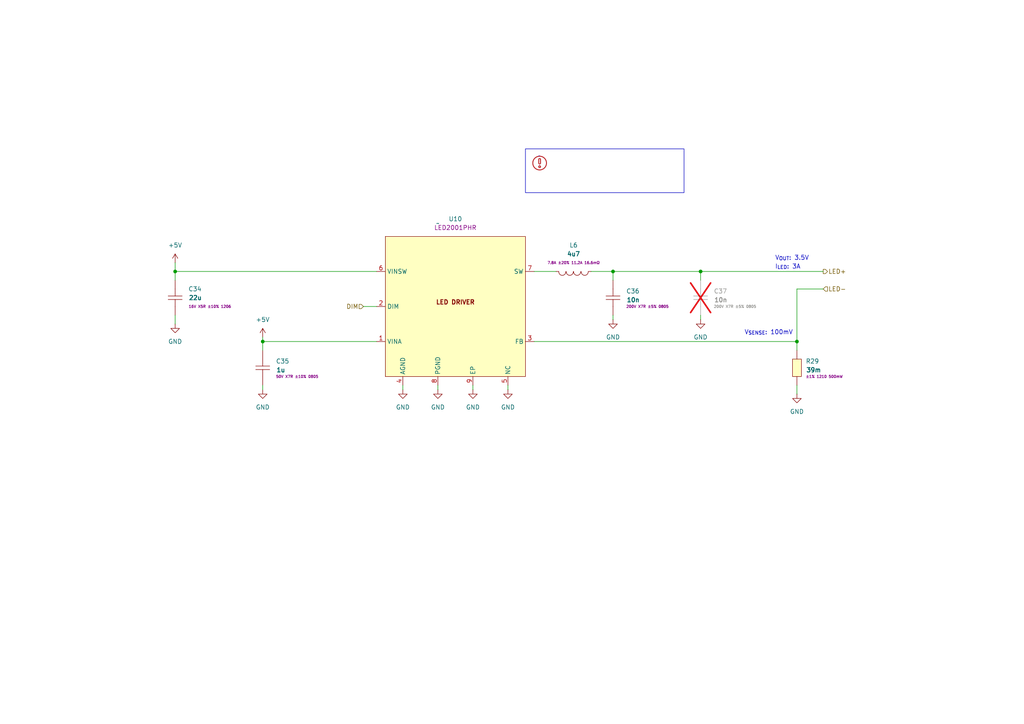
<source format=kicad_sch>
(kicad_sch (version 20231120) (generator "eeschema") (generator_version "8.0")
  (paper "A4")
  (lib_symbols
    (symbol "EASYEDA2KICAD:C_10nF_X7R_0805" (pin_numbers hide) (pin_names hide)
      (property "Reference" "C" (at 0 8.89 0))
      (property "Value" "10n" (at 0 6.35 0))
      (property "Extra Value" "200V X7R ±5% 0805" (at 0 3.81 0))
      (symbol "C_10nF_X7R_0805_0_1"
        (polyline (pts (xy -0.51 -2.03) (xy -0.51 2.03)))
        (polyline (pts (xy -0.51 0) (xy -2.54 0)))
        (polyline (pts (xy 0.51 2.03) (xy 0.51 -2.03)))
        (polyline (pts (xy 2.54 0) (xy 0.51 0)))
      )
      (symbol "C_10nF_X7R_0805_1_1"
        (pin passive line (at -5.08 0 0) (length 2.54) (name "1") (number "1"))
        (pin passive line (at 5.08 0 180) (length 2.54) (name "2") (number "2"))
      )
    )
    (symbol "EASYEDA2KICAD:C_1uF_X7R_0805" (pin_numbers hide) (pin_names hide)
      (property "Reference" "C" (at 0 8.89 0))
      (property "Value" "1u" (at 0 6.35 0))
      (property "Extra Values" "50V X7R ±10% 0805" (at 0 3.81 0))
      (symbol "C_1uF_X7R_0805_0_1"
        (polyline (pts (xy -2.54 0) (xy -0.51 0)))
        (polyline (pts (xy -0.51 2.03) (xy -0.51 -2.03)))
        (polyline (pts (xy 0.51 0) (xy 2.54 0)))
        (polyline (pts (xy 0.51 2.03) (xy 0.51 -2.03)))
      )
      (symbol "C_1uF_X7R_0805_1_1"
        (pin passive line (at -5.08 0 0) (length 2.54) (name "1") (number "1"))
        (pin passive line (at 5.08 0 180) (length 2.54) (name "2") (number "2"))
      )
    )
    (symbol "EASYEDA2KICAD:C_22uF_X5R_1206" (pin_numbers hide) (pin_names hide)
      (property "Reference" "C" (at 0 8.89 0))
      (property "Value" "22u" (at 0 6.35 0))
      (property "Extra Value" "16V X5R ±10% 1206" (at 0 3.81 0))
      (symbol "C_22uF_X5R_1206_0_1"
        (polyline (pts (xy -0.51 -2.03) (xy -0.51 2.03)))
        (polyline (pts (xy -0.51 0) (xy -2.54 0)))
        (polyline (pts (xy 0.51 2.03) (xy 0.51 -2.03)))
        (polyline (pts (xy 2.54 0) (xy 0.51 0)))
      )
      (symbol "C_22uF_X5R_1206_1_1"
        (pin passive line (at -5.08 0 0) (length 2.54) (name "1") (number "1"))
        (pin passive line (at 5.08 0 180) (length 2.54) (name "2") (number "2"))
      )
    )
    (symbol "EASYEDA2KICAD:LED2001PHR"
      (property "Reference" "U" (at 0 25.4 0))
      (property "Description" "LED2001PHR" (at 0 22.86 0))
      (symbol "LED2001PHR_1_1"
        (rectangle (start -20.32 20.32) (end 20.32 -20.32) (fill (type background)))
        (text "LED DRIVER" (at 0 1.27 0) (effects (font (size 1.27 1.27) (bold yes))))
        (pin power_in line (at -22.86 -10.16 0) (length 2.54) (name "VINA") (number "1"))
        (pin input line (at -22.86 0 0) (length 2.54) (name "DIM") (number "2"))
        (pin input line (at 22.86 -10.16 180) (length 2.54) (name "FB") (number "3"))
        (pin power_in line (at -15.24 -22.86 90) (length 2.54) (name "AGND") (number "4"))
        (pin passive line (at 15.24 -22.86 90) (length 2.54) (name "NC") (number "5"))
        (pin power_in line (at -22.86 10.16 0) (length 2.54) (name "VINSW") (number "6"))
        (pin power_out line (at 22.86 10.16 180) (length 2.54) (name "SW") (number "7"))
        (pin power_in line (at -5.08 -22.86 90) (length 2.54) (name "PGND") (number "8"))
        (pin passive line (at 5.08 -22.86 90) (length 2.54) (name "EP") (number "9"))
      )
    )
    (symbol "EASYEDA2KICAD:L_4u7_7.8A_SPM7054VT-4R7M-D" (pin_numbers hide) (pin_names hide)
      (property "Reference" "L" (at 0 7.62 0))
      (property "Value" "4u7" (at 0 5.08 0))
      (property "Extra Value" "7.8A ±20% 11.2A 16.6mΩ" (at 0 2.54 0))
      (symbol "L_4u7_7.8A_SPM7054VT-4R7M-D_0_1"
        (arc (start -4.29 -0.02) (mid -2.81 -1.01) (end -2.27 -0.02))
        (arc (start -2.13 -0.02) (mid -0.66 -1.01) (end -0.11 -0.02))
        (arc (start 0.02 -0.02) (mid 1.49 -1.01) (end 2.04 -0.02))
        (arc (start 2.21 -0.02) (mid 3.68 -1.01) (end 4.23 -0.02))
      )
      (symbol "L_4u7_7.8A_SPM7054VT-4R7M-D_1_1"
        (pin passive line (at -5.08 0 0) (length 0.762) (name "1") (number "1"))
        (pin passive line (at 5.08 0 180) (length 0.762) (name "2") (number "2"))
      )
    )
    (symbol "EASYEDA2KICAD:R_39mOhm_1210_500mW" (pin_numbers hide) (pin_names hide)
      (property "Reference" "R" (at 0 7.62 0))
      (property "Value" "39m" (at 0 5.08 0))
      (property "Extra Value" "±1% 1210 500mW" (at 0 2.54 0))
      (symbol "R_39mOhm_1210_500mW_0_1"
        (rectangle (start -2.54 1.27) (end 2.54 -1.27) (fill (type background)))
      )
      (symbol "R_39mOhm_1210_500mW_1_1"
        (pin passive line (at -5.08 0 0) (length 2.54) (name "1") (number "1"))
        (pin passive line (at 5.08 0 180) (length 2.54) (name "2") (number "2"))
      )
    )
    (symbol "power:+5V" (power) (pin_numbers hide) (pin_names (offset 0) hide)
      (property "Value" "+5V" (at 0 3.556 0))
      (symbol "+5V_0_1"
        (polyline (pts (xy -0.762 1.27) (xy 0 2.54)))
        (polyline (pts (xy 0 0) (xy 0 2.54)))
        (polyline (pts (xy 0 2.54) (xy 0.762 1.27)))
      )
      (symbol "+5V_1_1"
        (pin power_in line (at 0 0 90) (length 0) (name "~") (number "1"))
      )
    )
    (symbol "power:GND" (power) (pin_numbers hide) (pin_names (offset 0) hide)
      (property "Value" "GND" (at 0 -3.81 0))
      (symbol "GND_0_1"
        (polyline (pts (xy 0 0) (xy 0 -1.27) (xy 1.27 -1.27) (xy 0 -2.54) (xy -1.27 -1.27) (xy 0 -1.27)))
      )
      (symbol "GND_1_1"
        (pin power_in line (at 0 0 270) (length 0) (name "~") (number "1"))
      )
    )
  )
  (junction (at 76.2 99.06))
  (junction (at 231.14 99.06))
  (junction (at 203.2 78.74))
  (junction (at 177.8 78.74))
  (junction (at 50.8 78.74))
  (wire (pts (xy 203.2 78.74) (xy 238.76 78.74)))
  (wire (pts (xy 50.8 78.74) (xy 109.22 78.74)))
  (wire (pts (xy 105.41 88.9) (xy 109.22 88.9)))
  (wire (pts (xy 76.2 99.06) (xy 76.2 101.6)))
  (wire (pts (xy 177.8 78.74) (xy 203.2 78.74)))
  (wire (pts (xy 76.2 113.03) (xy 76.2 111.76)))
  (wire (pts (xy 154.94 99.06) (xy 231.14 99.06)))
  (wire (pts (xy 231.14 83.82) (xy 231.14 99.06)))
  (polyline (pts (xy 156.2667 45.18) (xy 156.2667 45.18)) (stroke (width -0.0001) (type solid)))
  (wire (pts (xy 76.2 97.79) (xy 76.2 99.06)))
  (wire (pts (xy 177.8 81.28) (xy 177.8 78.74)))
  (wire (pts (xy 50.8 93.98) (xy 50.8 91.44)))
  (wire (pts (xy 203.2 81.28) (xy 203.2 78.74)))
  (wire (pts (xy 161.29 78.74) (xy 154.94 78.74)))
  (wire (pts (xy 116.84 111.76) (xy 116.84 113.03)))
  (wire (pts (xy 147.32 113.03) (xy 147.32 111.76)))
  (wire (pts (xy 127 113.03) (xy 127 111.76)))
  (polyline (pts (xy 156.5167 45.18) (xy 156.5167 45.18)) (stroke (width -0.0001) (type solid)))
  (polyline (pts (xy 156.5167 47.9581) (xy 156.5167 47.9581)) (stroke (width -0.0001) (type solid)))
  (wire (pts (xy 50.8 81.28) (xy 50.8 78.74)))
  (polyline (pts (xy 156.5167 45.18) (xy 156.5167 45.18)) (stroke (width -0.0001) (type solid)))
  (wire (pts (xy 203.2 91.44) (xy 203.2 92.71)))
  (wire (pts (xy 231.14 83.82) (xy 238.76 83.82)))
  (wire (pts (xy 177.8 91.44) (xy 177.8 92.71)))
  (wire (pts (xy 171.45 78.74) (xy 177.8 78.74)))
  (wire (pts (xy 231.14 99.06) (xy 231.14 101.6)))
  (wire (pts (xy 76.2 99.06) (xy 109.22 99.06)))
  (wire (pts (xy 231.14 111.76) (xy 231.14 114.3)))
  (wire (pts (xy 137.16 113.03) (xy 137.16 111.76)))
  (wire (pts (xy 50.8 76.2) (xy 50.8 78.74)))
  (polyline (pts (xy 156.5363 45.8419) (xy 156.5559 45.8434) (xy 156.5753 45.8458) (xy 156.5945 45.8492) (xy 156.6134 45.8534) (xy 156.6321 45.8586) (xy 156.6505 45.8647) (xy 156.6685 45.8717) (xy 156.6862 45.8795) (xy 156.7036 45.8882) (xy 156.7204 45.8978) (xy 156.7369 45.9081) (xy 156.7528 45.9193) (xy 156.7682 45.9313) (xy 156.783 45.9441) (xy 156.7973 45.9577) (xy 156.8109 45.972) (xy 156.8237 45.9868) (xy 156.8357 46.0022) (xy 156.8469 46.0181) (xy 156.8572 46.0346) (xy 156.8668 46.0514) (xy 156.8755 46.0688) (xy 156.8833 46.0865) (xy 156.8903 46.1045) (xy 156.8964 46.1229) (xy 156.9016 46.1416) (xy 156.9058 46.1605) (xy 156.9092 46.1797) (xy 156.9116 46.1991) (xy 156.9131 46.2187) (xy 156.9135 46.2383) (xy 156.9135 47.2967) (xy 156.9133 47.3099) (xy 156.9127 47.3231) (xy 156.9116 47.3362) (xy 156.9101 47.3492) (xy 156.9081 47.3622) (xy 156.9058 47.375) (xy 156.903 47.3877) (xy 156.8998 47.4002) (xy 156.8962 47.4126) (xy 156.8922 47.4249) (xy 156.8879 47.4371) (xy 156.8831 47.449) (xy 156.878 47.4608) (xy 156.8725 47.4724) (xy 156.8666 47.4839) (xy 156.8604 47.4951) (xy 156.8538 47.5061) (xy 156.8468 47.5169) (xy 156.8395 47.5275) (xy 156.8319 47.5379) (xy 156.8239 47.548) (xy 156.8155 47.5578) (xy 156.8069 47.5674) (xy 156.7979 47.5767) (xy 156.7886 47.5857) (xy 156.779 47.5945) (xy 156.7691 47.6029) (xy 156.7589 47.6111) (xy 156.7484 47.6189) (xy 156.7376 47.6264) (xy 156.7265 47.6335) (xy 156.7151 47.6404) (xy 156.6918 47.6528) (xy 156.6678 47.6636) (xy 156.6434 47.6728) (xy 156.6186 47.6802) (xy 156.5934 47.6861) (xy 156.5679 47.6902) (xy 156.5423 47.6927) (xy 156.5167 47.6935) (xy 156.491 47.6927) (xy 156.4654 47.6902) (xy 156.44 47.6861) (xy 156.4148 47.6802) (xy 156.3899 47.6728) (xy 156.3655 47.6636) (xy 156.3416 47.6528) (xy 156.3182 47.6404) (xy 156.2958 47.6264) (xy 156.2744 47.6111) (xy 156.2543 47.5945) (xy 156.2354 47.5767) (xy 156.2178 47.5578) (xy 156.2015 47.5379) (xy 156.1865 47.5169) (xy 156.173 47.4951) (xy 156.1608 47.4724) (xy 156.1502 47.449) (xy 156.1411 47.4249) (xy 156.1335 47.4002) (xy 156.1276 47.375) (xy 156.1233 47.3492) (xy 156.1207 47.3231) (xy 156.1198 47.2967) (xy 156.3844 47.2967) (xy 156.3844 47.3011) (xy 156.3847 47.3055) (xy 156.385 47.3099) (xy 156.3855 47.3142) (xy 156.3862 47.3185) (xy 156.387 47.3228) (xy 156.3879 47.327) (xy 156.389 47.3312) (xy 156.3901 47.3353) (xy 156.3915 47.3394) (xy 156.3929 47.3435) (xy 156.3945 47.3475) (xy 156.3962 47.3514) (xy 156.3981 47.3553) (xy 156.4 47.3591) (xy 156.4021 47.3628) (xy 156.4043 47.3665) (xy 156.4066 47.3701) (xy 156.4091 47.3736) (xy 156.4116 47.3771) (xy 156.4143 47.3804) (xy 156.417 47.3837) (xy 156.4199 47.3869) (xy 156.4229 47.39) (xy 156.426 47.393) (xy 156.4292 47.3959) (xy 156.4325 47.3988) (xy 156.4359 47.4015) (xy 156.4394 47.4041) (xy 156.443 47.4066) (xy 156.4467 47.409) (xy 156.4505 47.4112) (xy 156.4583 47.4154) (xy 156.4663 47.419) (xy 156.4744 47.422) (xy 156.4827 47.4245) (xy 156.4911 47.4265) (xy 156.4996 47.4279) (xy 156.5081 47.4287) (xy 156.5167 47.429) (xy 156.5252 47.4287) (xy 156.5338 47.4279) (xy 156.5422 47.4265) (xy 156.5506 47.4245) (xy 156.5589 47.422) (xy 156.5671 47.419) (xy 156.575 47.4154) (xy 156.5828 47.4112) (xy 156.5903 47.4066) (xy 156.5974 47.4015) (xy 156.6041 47.3959) (xy 156.6104 47.39) (xy 156.6163 47.3837) (xy 156.6217 47.3771) (xy 156.6267 47.3701) (xy 156.6312 47.3628) (xy 156.6353 47.3553) (xy 156.6388 47.3475) (xy 156.6419 47.3394) (xy 156.6444 47.3312) (xy 156.6464 47.3228) (xy 156.6478 47.3142) (xy 156.6487 47.3055) (xy 156.649 47.2967) (xy 156.649 46.2383) (xy 156.6489 46.2339) (xy 156.6487 46.2295) (xy 156.6483 46.2251) (xy 156.6478 46.2208) (xy 156.6471 46.2165) (xy 156.6464 46.2122) (xy 156.6454 46.208) (xy 156.6444 46.2038) (xy 156.6432 46.1997) (xy 156.6419 46.1956) (xy 156.6404 46.1915) (xy 156.6388 46.1875) (xy 156.6371 46.1836) (xy 156.6353 46.1797) (xy 156.6333 46.1759) (xy 156.6312 46.1722) (xy 156.629 46.1685) (xy 156.6267 46.1649) (xy 156.6243 46.1614) (xy 156.6217 46.1579) (xy 156.6191 46.1546) (xy 156.6163 46.1513) (xy 156.6134 46.1481) (xy 156.6104 46.145) (xy 156.6073 46.142) (xy 156.6041 46.1391) (xy 156.6008 46.1362) (xy 156.5974 46.1335) (xy 156.5939 46.1309) (xy 156.5903 46.1284) (xy 156.5866 46.126) (xy 156.5828 46.1238) (xy 156.575 46.1196) (xy 156.5671 46.116) (xy 156.5589 46.113) (xy 156.5506 46.1105) (xy 156.5422 46.1085) (xy 156.5338 46.1071) (xy 156.5252 46.1063) (xy 156.5167 46.106) (xy 156.5081 46.1063) (xy 156.4996 46.1071) (xy 156.4911 46.1085) (xy 156.4827 46.1105) (xy 156.4744 46.113) (xy 156.4663 46.116) (xy 156.4583 46.1196) (xy 156.4505 46.1238) (xy 156.443 46.1284) (xy 156.4359 46.1335) (xy 156.4292 46.1391) (xy 156.4229 46.145) (xy 156.417 46.1513) (xy 156.4116 46.1579) (xy 156.4066 46.1649) (xy 156.4021 46.1722) (xy 156.3981 46.1797) (xy 156.3945 46.1875) (xy 156.3915 46.1956) (xy 156.389 46.2038) (xy 156.387 46.2122) (xy 156.3855 46.2208) (xy 156.3847 46.2295) (xy 156.3844 46.2383) (xy 156.3844 47.2967) (xy 156.1198 47.2967) (xy 156.1198 46.2383) (xy 156.1203 46.2187) (xy 156.1217 46.1991) (xy 156.1241 46.1797) (xy 156.1275 46.1605) (xy 156.1318 46.1416) (xy 156.1369 46.1229) (xy 156.143 46.1045) (xy 156.15 46.0865) (xy 156.1578 46.0688) (xy 156.1665 46.0514) (xy 156.1761 46.0346) (xy 156.1865 46.0181) (xy 156.1977 46.0022) (xy 156.2097 45.9868) (xy 156.2225 45.972) (xy 156.236 45.9577) (xy 156.2503 45.9441) (xy 156.2651 45.9313) (xy 156.2806 45.9193) (xy 156.2965 45.9081) (xy 156.3129 45.8978) (xy 156.3298 45.8882) (xy 156.3471 45.8795) (xy 156.3648 45.8717) (xy 156.3829 45.8647) (xy 156.4012 45.8586) (xy 156.4199 45.8534) (xy 156.4389 45.8492) (xy 156.4581 45.8458) (xy 156.4774 45.8434) (xy 156.497 45.8419) (xy 156.5167 45.8415) (xy 156.5363 45.8419)) (stroke (width -0.0001) (type solid)) (fill (type color) (color 187 33 36 1)))
  (rectangle (start 152.4 43.18) (end 198.4 55.88))
  (polyline (pts (xy 156.6216 45.1826) (xy 156.7259 45.1904) (xy 156.8292 45.2032) (xy 156.9315 45.221) (xy 157.0326 45.2438) (xy 157.1323 45.2715) (xy 157.2304 45.3039) (xy 157.3267 45.3411) (xy 157.4211 45.3829) (xy 157.5134 45.4294) (xy 157.6034 45.4803) (xy 157.691 45.5356) (xy 157.776 45.5953) (xy 157.8581 45.6593) (xy 157.9373 45.7276) (xy 158.0134 45.8) (xy 158.0858 45.876) (xy 158.154 45.9552) (xy 158.218 46.0374) (xy 158.2777 46.1223) (xy 158.3331 46.2099) (xy 158.384 46.2999) (xy 158.4304 46.3923) (xy 158.4722 46.4867) (xy 158.5094 46.583) (xy 158.5418 46.6811) (xy 158.5695 46.7807) (xy 158.5923 46.8818) (xy 158.6101 46.9841) (xy 158.623 47.0875) (xy 158.6307 47.1917) (xy 158.6333 47.2967) (xy 158.6318 47.3767) (xy 158.6273 47.4561) (xy 158.6199 47.5349) (xy 158.6096 47.6131) (xy 158.5965 47.6904) (xy 158.5805 47.767) (xy 158.5618 47.8426) (xy 158.5404 47.9173) (xy 158.5163 47.991) (xy 158.4896 48.0636) (xy 158.4603 48.135) (xy 158.4284 48.2052) (xy 158.3941 48.2742) (xy 158.3573 48.3418) (xy 158.3182 48.4079) (xy 158.2766 48.4726) (xy 158.2327 48.5358) (xy 158.1866 48.5973) (xy 158.1382 48.6571) (xy 158.0877 48.7152) (xy 158.035 48.7715) (xy 157.9802 48.8259) (xy 157.9234 48.8784) (xy 157.8645 48.9288) (xy 157.8037 48.9772) (xy 157.741 49.0234) (xy 157.6764 49.0675) (xy 157.6099 49.1092) (xy 157.5417 49.1487) (xy 157.4717 49.1857) (xy 157.4 49.2202) (xy 157.3267 49.2522) (xy 157.1771 49.3077) (xy 157.0253 49.3514) (xy 156.872 49.3834) (xy 156.7177 49.4039) (xy 156.5631 49.4129) (xy 156.4089 49.4106) (xy 156.2555 49.3972) (xy 156.1037 49.3727) (xy 155.9541 49.3372) (xy 155.8073 49.291) (xy 155.6639 49.234) (xy 155.5245 49.1665) (xy 155.3898 49.0886) (xy 155.2604 49.0003) (xy 155.1369 48.9019) (xy 155.02 48.7934) (xy 154.9114 48.6764) (xy 154.813 48.5529) (xy 154.7247 48.4235) (xy 154.6468 48.2888) (xy 154.5793 48.1494) (xy 154.5224 48.006) (xy 154.4761 47.8592) (xy 154.4407 47.7096) (xy 154.4162 47.5578) (xy 154.4027 47.4045) (xy 154.4017 47.3373) (xy 154.665 47.3373) (xy 154.6729 47.4726) (xy 154.6908 47.6076) (xy 154.7188 47.7417) (xy 154.757 47.8745) (xy 154.8056 48.0054) (xy 154.8638 48.1323) (xy 154.9307 48.2533) (xy 155.0057 48.3679) (xy 155.0885 48.476) (xy 155.1786 48.5773) (xy 155.2754 48.6713) (xy 155.3786 48.7579) (xy 155.4877 48.8366) (xy 155.6022 48.9073) (xy 155.7217 48.9695) (xy 155.8456 49.023) (xy 155.9736 49.0674) (xy 156.1052 49.1025) (xy 156.2398 49.128) (xy 156.3772 49.1435) (xy 156.5167 49.1487) (xy 156.6085 49.1465) (xy 156.6997 49.1397) (xy 156.7902 49.1285) (xy 156.8797 49.1128) (xy 156.9681 49.0929) (xy 157.0553 49.0687) (xy 157.1411 49.0403) (xy 157.2254 49.0078) (xy 157.308 48.9712) (xy 157.3888 48.9306) (xy 157.4676 48.886) (xy 157.5442 48.8376) (xy 157.6185 48.7853) (xy 157.6904 48.7293) (xy 157.7597 48.6696) (xy 157.8263 48.6063) (xy 157.8896 48.5397) (xy 157.9493 48.4704) (xy 158.0053 48.3985) (xy 158.0576 48.3242) (xy 158.106 48.2476) (xy 158.1506 48.1688) (xy 158.1912 48.088) (xy 158.2278 48.0054) (xy 158.2603 47.9211) (xy 158.2887 47.8353) (xy 158.3129 47.7481) (xy 158.3328 47.6597) (xy 158.3485 47.5702) (xy 158.3597 47.4797) (xy 158.3665 47.3885) (xy 158.3687 47.2967) (xy 158.3674 47.2267) (xy 158.3635 47.1572) (xy 158.357 47.0882) (xy 158.348 47.0198) (xy 158.3365 46.9521) (xy 158.3225 46.8852) (xy 158.3062 46.819) (xy 158.2874 46.7536) (xy 158.2663 46.6891) (xy 158.243 46.6256) (xy 158.2173 46.5631) (xy 158.1895 46.5017) (xy 158.1594 46.4413) (xy 158.1273 46.3822) (xy 158.093 46.3243) (xy 158.0566 46.2677) (xy 158.0182 46.2125) (xy 157.9779 46.1586) (xy 157.9355 46.1063) (xy 157.8913 46.0554) (xy 157.8452 46.0062) (xy 157.7973 45.9586) (xy 157.7475 45.9127) (xy 157.696 45.8685) (xy 157.6428 45.8262) (xy 157.5879 45.7857) (xy 157.5314 45.7472) (xy 157.4733 45.7107) (xy 157.4136 45.6762) (xy 157.3523 45.6438) (xy 157.2896 45.6136) (xy 157.2254 45.5856) (xy 157.0945 45.537) (xy 156.9617 45.4988) (xy 156.8276 45.4708) (xy 156.6926 45.4529) (xy 156.5573 45.445) (xy 156.4223 45.447) (xy 156.2882 45.4587) (xy 156.1553 45.4802) (xy 156.0244 45.5112) (xy 155.896 45.5517) (xy 155.7705 45.6015) (xy 155.6486 45.6605) (xy 155.5307 45.7287) (xy 155.4175 45.806) (xy 155.3094 45.8921) (xy 155.207 45.987) (xy 155.1121 46.0894) (xy 155.026 46.1975) (xy 154.9487 46.3107) (xy 154.8805 46.4286) (xy 154.8215 46.5505) (xy 154.7717 46.676) (xy 154.7312 46.8044) (xy 154.7002 46.9353) (xy 154.6787 47.0682) (xy 154.667 47.2023) (xy 154.665 47.3373) (xy 154.4017 47.3373) (xy 154.4004 47.2502) (xy 154.4095 47.0956) (xy 154.4299 46.9414) (xy 154.4619 46.788) (xy 154.5056 46.6363) (xy 154.5611 46.4867) (xy 154.6277 46.3416) (xy 154.7041 46.2034) (xy 154.7899 46.0724) (xy 154.8845 45.9488) (xy 154.9874 45.8331) (xy 155.0981 45.7256) (xy 155.216 45.6267) (xy 155.3407 45.5367) (xy 155.4716 45.456) (xy 155.6081 45.3849) (xy 155.7497 45.3237) (xy 155.896 45.2729) (xy 156.0464 45.2328) (xy 156.2003 45.2037) (xy 156.3572 45.186) (xy 156.5167 45.18) (xy 156.6216 45.1826)) (stroke (width -0.0001) (type solid)) (fill (type color) (color 187 33 36 1)))
  (polyline (pts (xy 156.5317 47.9584) (xy 156.5466 47.9592) (xy 156.5613 47.9606) (xy 156.576 47.9626) (xy 156.5905 47.965) (xy 156.6048 47.968) (xy 156.619 47.9715) (xy 156.633 47.9756) (xy 156.6469 47.9801) (xy 156.6605 47.9851) (xy 156.6739 47.9906) (xy 156.687 47.9965) (xy 156.7 48.003) (xy 156.7126 48.0099) (xy 156.725 48.0172) (xy 156.7372 48.025) (xy 156.749 48.0332) (xy 156.7605 48.0419) (xy 156.7718 48.051) (xy 156.7826 48.0604) (xy 156.7932 48.0703) (xy 156.8034 48.0806) (xy 156.8132 48.0912) (xy 156.8227 48.1023) (xy 156.8318 48.1137) (xy 156.8404 48.1254) (xy 156.8487 48.1376) (xy 156.8565 48.15) (xy 156.8639 48.1628) (xy 156.8709 48.1759) (xy 156.8773 48.1894) (xy 156.8833 48.2031) (xy 156.8937 48.2312) (xy 156.9019 48.2596) (xy 156.9079 48.2884) (xy 156.9118 48.3173) (xy 156.9135 48.3463) (xy 156.913 48.3752) (xy 156.9105 48.404) (xy 156.9059 48.4324) (xy 156.8993 48.4605) (xy 156.8906 48.488) (xy 156.8799 48.5149) (xy 156.8673 48.541) (xy 156.8527 48.5663) (xy 156.8361 48.5905) (xy 156.8176 48.6137) (xy 156.7973 48.6356) (xy 156.7754 48.656) (xy 156.7522 48.6744) (xy 156.7279 48.691) (xy 156.7027 48.7056) (xy 156.6766 48.7183) (xy 156.6497 48.7289) (xy 156.6221 48.7376) (xy 156.5941 48.7442) (xy 156.5656 48.7488) (xy 156.5369 48.7514) (xy 156.508 48.7518) (xy 156.479 48.7501) (xy 156.45 48.7463) (xy 156.4213 48.7403) (xy 156.3928 48.7321) (xy 156.3648 48.7217) (xy 156.3376 48.7092) (xy 156.3117 48.6949) (xy 156.2871 48.6788) (xy 156.2639 48.661) (xy 156.2423 48.6417) (xy 156.2221 48.621) (xy 156.2036 48.5989) (xy 156.1867 48.5755) (xy 156.1715 48.551) (xy 156.1582 48.5254) (xy 156.1467 48.4988) (xy 156.1372 48.4714) (xy 156.1297 48.4432) (xy 156.1242 48.4143) (xy 156.1209 48.3849) (xy 156.1199 48.3579) (xy 156.3844 48.3579) (xy 156.385 48.3676) (xy 156.3862 48.3772) (xy 156.3882 48.3868) (xy 156.391 48.3963) (xy 156.3944 48.4056) (xy 156.3986 48.4147) (xy 156.4034 48.4233) (xy 156.4087 48.4315) (xy 156.4147 48.4392) (xy 156.4211 48.4465) (xy 156.428 48.4532) (xy 156.4354 48.4594) (xy 156.4432 48.465) (xy 156.4513 48.47) (xy 156.4599 48.4745) (xy 156.4687 48.4783) (xy 156.4779 48.4815) (xy 156.4873 48.484) (xy 156.4969 48.4858) (xy 156.5067 48.4869) (xy 156.5167 48.4873) (xy 156.5232 48.4871) (xy 156.5297 48.4866) (xy 156.5362 48.4858) (xy 156.5426 48.4847) (xy 156.5489 48.4833) (xy 156.5551 48.4816) (xy 156.5613 48.4795) (xy 156.5673 48.4772) (xy 156.5732 48.4746) (xy 156.579 48.4717) (xy 156.5846 48.4685) (xy 156.5901 48.4651) (xy 156.5954 48.4613) (xy 156.6005 48.4573) (xy 156.6055 48.4531) (xy 156.6102 48.4485) (xy 156.6147 48.4438) (xy 156.619 48.4388) (xy 156.623 48.4337) (xy 156.6267 48.4284) (xy 156.6302 48.4229) (xy 156.6334 48.4173) (xy 156.6363 48.4115) (xy 156.6389 48.4056) (xy 156.6412 48.3996) (xy 156.6432 48.3935) (xy 156.645 48.3872) (xy 156.6464 48.3809) (xy 156.6475 48.3745) (xy 156.6483 48.3681) (xy 156.6488 48.3616) (xy 156.649 48.355) (xy 156.6489 48.35) (xy 156.6486 48.345) (xy 156.6481 48.3401) (xy 156.6475 48.3352) (xy 156.6467 48.3304) (xy 156.6457 48.3256) (xy 156.6445 48.3209) (xy 156.6431 48.3162) (xy 156.6416 48.3116) (xy 156.64 48.3071) (xy 156.6381 48.3026) (xy 156.6362 48.2982) (xy 156.634 48.2939) (xy 156.6317 48.2897) (xy 156.6293 48.2855) (xy 156.6267 48.2815) (xy 156.6239 48.2776) (xy 156.621 48.2737) (xy 156.618 48.27) (xy 156.6149 48.2663) (xy 156.6116 48.2628) (xy 156.6081 48.2594) (xy 156.6046 48.2561) (xy 156.6009 48.253) (xy 156.5971 48.25) (xy 156.5932 48.2471) (xy 156.5891 48.2443) (xy 156.585 48.2417) (xy 156.5807 48.2393) (xy 156.5764 48.2369) (xy 156.5719 48.2348) (xy 156.5673 48.2328) (xy 156.5579 48.2293) (xy 156.5485 48.2266) (xy 156.5389 48.2246) (xy 156.5292 48.2233) (xy 156.5196 48.2227) (xy 156.5099 48.2229) (xy 156.5003 48.2237) (xy 156.4909 48.2253) (xy 156.4815 48.2275) (xy 156.4723 48.2304) (xy 156.4634 48.2339) (xy 156.4547 48.2381) (xy 156.4462 48.243) (xy 156.4382 48.2485) (xy 156.4304 48.2547) (xy 156.4231 48.2615) (xy 156.4163 48.2688) (xy 156.4102 48.2765) (xy 156.4047 48.2846) (xy 156.3998 48.293) (xy 156.3956 48.3017) (xy 156.392 48.3107) (xy 156.3891 48.3198) (xy 156.3869 48.3292) (xy 156.3854 48.3387) (xy 156.3845 48.3483) (xy 156.3844 48.3579) (xy 156.1199 48.3579) (xy 156.1198 48.355) (xy 156.1198 48.2889) (xy 156.1199 48.2834) (xy 156.1203 48.2779) (xy 156.1209 48.2725) (xy 156.1217 48.2672) (xy 156.1227 48.2618) (xy 156.1239 48.2566) (xy 156.1253 48.2514) (xy 156.127 48.2462) (xy 156.1289 48.2411) (xy 156.1309 48.2361) (xy 156.1332 48.2312) (xy 156.1357 48.2264) (xy 156.1384 48.2217) (xy 156.1412 48.2171) (xy 156.1443 48.2125) (xy 156.1476 48.2082) (xy 156.1598 48.1804) (xy 156.174 48.154) (xy 156.19 48.129) (xy 156.2078 48.1053) (xy 156.2271 48.0832) (xy 156.2479 48.0626) (xy 156.2702 48.0437) (xy 156.2937 48.0264) (xy 156.3184 48.011) (xy 156.3443 47.9973) (xy 156.3711 47.9856) (xy 156.3988 47.9759) (xy 156.4274 47.9682) (xy 156.4566 47.9626) (xy 156.4864 47.9592) (xy 156.5167 47.9581) (xy 156.5317 47.9584)) (stroke (width -0.0001) (type solid)) (fill (type color) (color 187 33 36 1)))
  (text "Critical" (at 160.65 48.68 0) (effects (font (size 3 3)) (justify left)))
  (text "Follow the PCB layout example carefully." (at 155.15 52.43 0) (effects (font (size 1.5 1.5)) (justify left top)))
  (text "V_{OUT}: 3.5V\n" (at 224.79 74.93 0) (effects (font (size 1.27 1.27)) (justify left)))
  (text "V_{SENSE}: 100mV" (at 215.9 96.52 0) (effects (font (size 1.27 1.27)) (justify left)))
  (text "I_{LED}: 3A" (at 224.79 77.47 0) (effects (font (size 1.27 1.27)) (justify left)))
  (hierarchical_label "DIM" (shape input) (at 105.41 88.9 180))
  (hierarchical_label "LED+" (shape output) (at 238.76 78.74 0))
  (hierarchical_label "LED-" (shape input) (at 238.76 83.82 0))
  (symbol (lib_id "power:GND") (at 203.2 92.71 0) (unit 1)
    (property "Reference" "#PWR0130" (effects (hide yes)))
    (property "Value" "GND" (at 203.2 97.79 0))
    (property "Description" "Power symbol creates a global label with name \"GND\" , ground" (effects (hide yes)))
  )
  (symbol (lib_id "EASYEDA2KICAD:C_1uF_X7R_0805") (at 76.2 106.68 90) (unit 1)
    (property "Reference" "C35" (at 80.01 104.7749 90) (effects (justify right)))
    (property "Value" "1u" (at 80.01 107.315 90) (effects (font (bold yes)) (justify right)))
    (property "Footprint" "EASYEDA2KICAD:C0805" (effects (hide yes)))
    (property "Datasheet" "https://wmsc.lcsc.com/wmsc/upload/file/pdf/v2/lcsc/2304140030_Samsung-Electro-Mechanics-CL21B105KBFNNNE_C28323.pdf" (effects (hide yes)))
    (property "Description" "Samsung Multilayer Ceramic Capacitors" (effects (hide yes)))
    (property "LCSC Part" "C28323" (effects (hide yes)))
    (property "Extra Values" "50V X7R ±10% 0805" (at 80.01 109.22 90) (effects (font (size 0.762 0.762)) (justify right)))
  )
  (symbol (lib_id "power:+5V") (at 76.2 97.79 0) (unit 1)
    (property "Reference" "#PWR0123" (effects (hide yes)))
    (property "Value" "+5V" (at 76.2 92.71 0))
    (property "Description" "Power symbol creates a global label with name \"+5V\"" (effects (hide yes)))
  )
  (symbol (lib_id "EASYEDA2KICAD:C_10nF_X7R_0805") (at 203.2 86.36 90) (unit 1) (dnp yes)
    (property "Reference" "C37" (at 207.01 84.4549 90) (effects (justify right)))
    (property "Value" "10n" (at 207.01 86.995 90) (effects (font (bold yes)) (justify right)))
    (property "Footprint" "EASYEDA2KICAD:C1206" (effects (hide yes)))
    (property "Datasheet" "https://lcsc.com/product-detail/Multilayer-Ceramic-Capacitors-MLCC-SMD-SMT_YAGEO-CC1206JRX7RABB103_C527328.html" (effects (hide yes)))
    (property "Description" "Surface mount ceramic multilayer capacitor" (effects (hide yes)))
    (property "LCSC Part" "C527328" (effects (hide yes)))
    (property "Extra Value" "200V X7R ±5% 0805" (at 207.01 88.9 90) (effects (font (size 0.762 0.762)) (justify right)))
  )
  (symbol (lib_id "power:GND") (at 76.2 113.03 0) (unit 1)
    (property "Reference" "#PWR0124" (effects (hide yes)))
    (property "Value" "GND" (at 76.2 118.11 0))
    (property "Description" "Power symbol creates a global label with name \"GND\" , ground" (effects (hide yes)))
  )
  (symbol (lib_id "EASYEDA2KICAD:R_39mOhm_1210_500mW") (at 231.14 106.68 90) (unit 1)
    (property "Reference" "R29" (at 233.68 104.7749 90) (effects (justify right)))
    (property "Value" "39m" (at 233.68 107.315 90) (effects (font (bold yes)) (justify right)))
    (property "Footprint" "EASYEDA2KICAD:R1210" (effects (hide yes)))
    (property "Datasheet" "https://www.lcsc.com/product-detail/Chip-Resistor-Surface-Mount_YAGEO-RL1210FR-070R039L_C728529.html" (effects (hide yes)))
    (property "Description" "Low Ohmic chip resistor" (effects (hide yes)))
    (property "LCSC Part" "C728529" (effects (hide yes)))
    (property "Extra Value" "±1% 1210 500mW" (at 233.68 109.22 90) (effects (font (size 0.762 0.762)) (justify right)))
  )
  (symbol (lib_id "power:GND") (at 147.32 113.03 0) (unit 1)
    (property "Reference" "#PWR0128" (effects (hide yes)))
    (property "Value" "GND" (at 147.32 118.11 0))
    (property "Description" "Power symbol creates a global label with name \"GND\" , ground" (effects (hide yes)))
  )
  (symbol (lib_id "power:GND") (at 177.8 92.71 0) (unit 1)
    (property "Reference" "#PWR0129" (effects (hide yes)))
    (property "Value" "GND" (at 177.8 97.79 0))
    (property "Description" "Power symbol creates a global label with name \"GND\" , ground" (effects (hide yes)))
  )
  (symbol (lib_id "EASYEDA2KICAD:LED2001PHR") (at 132.08 88.9 0) (unit 1)
    (property "Reference" "U10" (at 132.08 63.5 0))
    (property "Value" "~" (at 127 64.77 0))
    (property "Footprint" "EASYEDA2KICAD:HSOP-8_L5.0-W4.0-P1.27-LS6.2-BL-EP" (effects (hide yes)))
    (property "Datasheet" "https://www.st.com/resource/en/datasheet/led2001.pdf" (effects (hide yes)))
    (property "Description" "LED2001PHR" (at 132.08 66.04 0))
    (property "LCSC Part" "C2678918" (effects (hide yes)))
  )
  (symbol (lib_id "power:GND") (at 137.16 113.03 0) (unit 1)
    (property "Reference" "#PWR0127" (effects (hide yes)))
    (property "Value" "GND" (at 137.16 118.11 0))
    (property "Description" "Power symbol creates a global label with name \"GND\" , ground" (effects (hide yes)))
  )
  (symbol (lib_id "EASYEDA2KICAD:C_22uF_X5R_1206") (at 50.8 86.36 90) (unit 1)
    (property "Reference" "C34" (at 54.61 83.8199 90) (effects (justify right)))
    (property "Value" "22u" (at 54.61 86.36 90) (effects (font (bold yes)) (justify right)))
    (property "Footprint" "EASYEDA2KICAD:C1206" (effects (hide yes)))
    (property "Datasheet" "https://lcsc.com/product-detail/Multilayer-Ceramic-Capacitors-MLCC-SMD-SMT_SAMSUNG_CL31A226KOHNNNE_22uF-226-10-16V_C90146.html" (effects (hide yes)))
    (property "Description" "Multilayer Ceramic Capacitor" (effects (hide yes)))
    (property "LCSC Part" "C90146" (effects (hide yes)))
    (property "Extra Value" "16V X5R ±10% 1206" (at 54.61 88.8999 90) (effects (font (size 0.762 0.762) (bold yes)) (justify right)))
  )
  (symbol (lib_id "power:GND") (at 116.84 113.03 0) (unit 1)
    (property "Reference" "#PWR0125" (effects (hide yes)))
    (property "Value" "GND" (at 116.84 118.11 0))
    (property "Description" "Power symbol creates a global label with name \"GND\" , ground" (effects (hide yes)))
  )
  (symbol (lib_id "power:GND") (at 231.14 114.3 0) (unit 1)
    (property "Reference" "#PWR0131" (effects (hide yes)))
    (property "Value" "GND" (at 231.14 119.38 0))
    (property "Description" "Power symbol creates a global label with name \"GND\" , ground" (effects (hide yes)))
  )
  (symbol (lib_id "power:GND") (at 127 113.03 0) (unit 1)
    (property "Reference" "#PWR0126" (effects (hide yes)))
    (property "Value" "GND" (at 127 118.11 0))
    (property "Description" "Power symbol creates a global label with name \"GND\" , ground" (effects (hide yes)))
  )
  (symbol (lib_id "EASYEDA2KICAD:C_10nF_X7R_0805") (at 177.8 86.36 90) (unit 1)
    (property "Reference" "C36" (at 181.61 84.4549 90) (effects (justify right)))
    (property "Value" "10n" (at 181.61 86.995 90) (effects (font (bold yes)) (justify right)))
    (property "Footprint" "EASYEDA2KICAD:C1206" (effects (hide yes)))
    (property "Datasheet" "https://lcsc.com/product-detail/Multilayer-Ceramic-Capacitors-MLCC-SMD-SMT_YAGEO-CC1206JRX7RABB103_C527328.html" (effects (hide yes)))
    (property "Description" "Surface mount ceramic multilayer capacitor" (effects (hide yes)))
    (property "LCSC Part" "C527328" (effects (hide yes)))
    (property "Extra Value" "200V X7R ±5% 0805" (at 181.61 88.9 90) (effects (font (size 0.762 0.762)) (justify right)))
  )
  (symbol (lib_id "EASYEDA2KICAD:L_4u7_7.8A_SPM7054VT-4R7M-D") (at 166.37 78.74 0) (unit 1)
    (property "Reference" "L6" (at 166.37 71.12 0))
    (property "Value" "4u7" (at 166.37 73.66 0) (effects (font (bold yes))))
    (property "Footprint" "EASYEDA2KICAD:IND-SMD_L7.5-W7.0_SPM7054VT-330M-D" (effects (hide yes)))
    (property "Datasheet" "https://jlcpcb.com/partdetail/Tdk-SPM7054VT_4R7MD/C2047699" (effects (hide yes)))
    (property "Description" "SPM7054VT-4R7M-D" (effects (hide yes)))
    (property "LCSC Part" "C2047699" (effects (hide yes)))
    (property "Extra Value" "7.8A ±20% 11.2A 16.6mΩ" (at 166.37 76.2 0) (effects (font (size 0.762 0.762))))
  )
  (symbol (lib_id "power:+5V") (at 50.8 76.2 0) (unit 1)
    (property "Reference" "#PWR0121" (effects (hide yes)))
    (property "Value" "+5V" (at 50.8 71.12 0))
    (property "Description" "Power symbol creates a global label with name \"+5V\"" (effects (hide yes)))
  )
  (symbol (lib_id "power:GND") (at 50.8 93.98 0) (unit 1)
    (property "Reference" "#PWR0122" (effects (hide yes)))
    (property "Value" "GND" (at 50.8 99.06 0))
    (property "Description" "Power symbol creates a global label with name \"GND\" , ground" (effects (hide yes)))
  )
)
</source>
